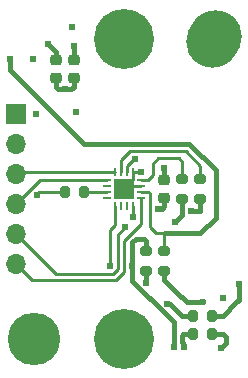
<source format=gbr>
%TF.GenerationSoftware,KiCad,Pcbnew,8.0.4-8.0.4-0~ubuntu22.04.1*%
%TF.CreationDate,2024-08-25T23:22:22-07:00*%
%TF.ProjectId,mag-encoder,6d61672d-656e-4636-9f64-65722e6b6963,1*%
%TF.SameCoordinates,Original*%
%TF.FileFunction,Copper,L4,Bot*%
%TF.FilePolarity,Positive*%
%FSLAX46Y46*%
G04 Gerber Fmt 4.6, Leading zero omitted, Abs format (unit mm)*
G04 Created by KiCad (PCBNEW 8.0.4-8.0.4-0~ubuntu22.04.1) date 2024-08-25 23:22:22*
%MOMM*%
%LPD*%
G01*
G04 APERTURE LIST*
G04 Aperture macros list*
%AMRoundRect*
0 Rectangle with rounded corners*
0 $1 Rounding radius*
0 $2 $3 $4 $5 $6 $7 $8 $9 X,Y pos of 4 corners*
0 Add a 4 corners polygon primitive as box body*
4,1,4,$2,$3,$4,$5,$6,$7,$8,$9,$2,$3,0*
0 Add four circle primitives for the rounded corners*
1,1,$1+$1,$2,$3*
1,1,$1+$1,$4,$5*
1,1,$1+$1,$6,$7*
1,1,$1+$1,$8,$9*
0 Add four rect primitives between the rounded corners*
20,1,$1+$1,$2,$3,$4,$5,0*
20,1,$1+$1,$4,$5,$6,$7,0*
20,1,$1+$1,$6,$7,$8,$9,0*
20,1,$1+$1,$8,$9,$2,$3,0*%
%AMHorizOval*
0 Thick line with rounded ends*
0 $1 width*
0 $2 $3 position (X,Y) of the first rounded end (center of the circle)*
0 $4 $5 position (X,Y) of the second rounded end (center of the circle)*
0 Add line between two ends*
20,1,$1,$2,$3,$4,$5,0*
0 Add two circle primitives to create the rounded ends*
1,1,$1,$2,$3*
1,1,$1,$4,$5*%
G04 Aperture macros list end*
%TA.AperFunction,ComponentPad*%
%ADD10HorizOval,4.445000X0.130820X0.217720X-0.130820X-0.217720X0*%
%TD*%
%TA.AperFunction,ComponentPad*%
%ADD11C,5.080000*%
%TD*%
%TA.AperFunction,ComponentPad*%
%ADD12C,4.445000*%
%TD*%
%TA.AperFunction,ComponentPad*%
%ADD13R,1.700000X1.700000*%
%TD*%
%TA.AperFunction,ComponentPad*%
%ADD14O,1.700000X1.700000*%
%TD*%
%TA.AperFunction,SMDPad,CuDef*%
%ADD15RoundRect,0.200000X0.200000X0.275000X-0.200000X0.275000X-0.200000X-0.275000X0.200000X-0.275000X0*%
%TD*%
%TA.AperFunction,SMDPad,CuDef*%
%ADD16RoundRect,0.225000X0.250000X-0.225000X0.250000X0.225000X-0.250000X0.225000X-0.250000X-0.225000X0*%
%TD*%
%TA.AperFunction,SMDPad,CuDef*%
%ADD17RoundRect,0.225000X-0.250000X0.225000X-0.250000X-0.225000X0.250000X-0.225000X0.250000X0.225000X0*%
%TD*%
%TA.AperFunction,SMDPad,CuDef*%
%ADD18RoundRect,0.200000X-0.275000X0.200000X-0.275000X-0.200000X0.275000X-0.200000X0.275000X0.200000X0*%
%TD*%
%TA.AperFunction,SMDPad,CuDef*%
%ADD19RoundRect,0.062500X-0.287500X-0.062500X0.287500X-0.062500X0.287500X0.062500X-0.287500X0.062500X0*%
%TD*%
%TA.AperFunction,SMDPad,CuDef*%
%ADD20RoundRect,0.062500X-0.062500X-0.287500X0.062500X-0.287500X0.062500X0.287500X-0.062500X0.287500X0*%
%TD*%
%TA.AperFunction,HeatsinkPad*%
%ADD21R,1.700000X1.700000*%
%TD*%
%TA.AperFunction,ViaPad*%
%ADD22C,0.609600*%
%TD*%
%TA.AperFunction,ViaPad*%
%ADD23C,0.600000*%
%TD*%
%TA.AperFunction,Conductor*%
%ADD24C,0.381000*%
%TD*%
%TA.AperFunction,Conductor*%
%ADD25C,0.254000*%
%TD*%
G04 APERTURE END LIST*
D10*
%TO.P,H2,*%
%TO.N,*%
X238175800Y-110871000D03*
%TD*%
D11*
%TO.P,H1,*%
%TO.N,*%
X230555800Y-110871000D03*
%TD*%
D12*
%TO.P,H3,*%
%TO.N,*%
X222935800Y-136271000D03*
%TD*%
D13*
%TO.P,J1,1,Pin_1*%
%TO.N,GND*%
X221411800Y-117221000D03*
D14*
%TO.P,J1,2,Pin_2*%
%TO.N,+3.3V*%
X221411800Y-119761000D03*
%TO.P,J1,3,Pin_3*%
%TO.N,/CS*%
X221411800Y-122301000D03*
%TO.P,J1,4,Pin_4*%
%TO.N,/MOSI*%
X221411800Y-124841000D03*
%TO.P,J1,5,Pin_5*%
%TO.N,/MISO*%
X221411800Y-127381000D03*
%TO.P,J1,6,Pin_6*%
%TO.N,/SCLK*%
X221411800Y-129921000D03*
%TD*%
D11*
%TO.P,H4,*%
%TO.N,*%
X230555800Y-136271000D03*
%TD*%
D15*
%TO.P,R3,1*%
%TO.N,Net-(U2-A)*%
X227189800Y-123825000D03*
%TO.P,R3,2*%
%TO.N,/A*%
X225539800Y-123825000D03*
%TD*%
D16*
%TO.P,C3,1*%
%TO.N,+3.3V*%
X233984800Y-124346000D03*
%TO.P,C3,2*%
%TO.N,GND*%
X233984800Y-122796000D03*
%TD*%
D17*
%TO.P,C2,1*%
%TO.N,+5V*%
X224790000Y-112636000D03*
%TO.P,C2,2*%
%TO.N,GND*%
X224790000Y-114186000D03*
%TD*%
D18*
%TO.P,R5,1*%
%TO.N,Net-(D2-K)*%
X232460800Y-128842000D03*
%TO.P,R5,2*%
%TO.N,Net-(D3-A)*%
X232460800Y-130492000D03*
%TD*%
D15*
%TO.P,R6,1*%
%TO.N,Net-(Q1-D)*%
X238035600Y-134290000D03*
%TO.P,R6,2*%
%TO.N,Net-(D2-A)*%
X236385600Y-134290000D03*
%TD*%
D18*
%TO.P,R1,1*%
%TO.N,Net-(U2-B)*%
X237032800Y-122746000D03*
%TO.P,R1,2*%
%TO.N,/B*%
X237032800Y-124396000D03*
%TD*%
%TO.P,R2,1*%
%TO.N,Net-(U2-PWM)*%
X235508800Y-122746000D03*
%TO.P,R2,2*%
%TO.N,/PWM*%
X235508800Y-124396000D03*
%TD*%
D17*
%TO.P,C1,1*%
%TO.N,+3.3V*%
X226314000Y-112636000D03*
%TO.P,C1,2*%
%TO.N,GND*%
X226314000Y-114186000D03*
%TD*%
D19*
%TO.P,U2,1,SSD*%
%TO.N,unconnected-(U2-SSD-Pad1)*%
X229105800Y-124309000D03*
%TO.P,U2,2,A*%
%TO.N,Net-(U2-A)*%
X229105800Y-123809000D03*
%TO.P,U2,3,Z*%
%TO.N,unconnected-(U2-Z-Pad3)*%
X229105800Y-123309000D03*
%TO.P,U2,4,MOSI*%
%TO.N,/MOSI*%
X229105800Y-122809000D03*
D20*
%TO.P,U2,5,CS*%
%TO.N,/CS*%
X229805800Y-122121000D03*
%TO.P,U2,6,B*%
%TO.N,Net-(U2-B)*%
X230305800Y-122121000D03*
%TO.P,U2,7,MISO*%
%TO.N,/MISO*%
X230805800Y-122121000D03*
%TO.P,U2,8,GND*%
%TO.N,GND*%
X231305800Y-122121000D03*
D19*
%TO.P,U2,9,PWM*%
%TO.N,Net-(U2-PWM)*%
X232005800Y-122821000D03*
%TO.P,U2,10,TEST*%
%TO.N,GND*%
X232005800Y-123321000D03*
%TO.P,U2,11,MGL*%
%TO.N,Net-(Q1-G)*%
X232005800Y-123821000D03*
%TO.P,U2,12,SCLK*%
%TO.N,/SCLK*%
X232005800Y-124321000D03*
D20*
%TO.P,U2,13,VDD*%
%TO.N,+3.3V*%
X231305800Y-125021000D03*
%TO.P,U2,14,NC*%
%TO.N,unconnected-(U2-NC-Pad14)*%
X230805800Y-125021000D03*
%TO.P,U2,15,SSCK*%
%TO.N,unconnected-(U2-SSCK-Pad15)*%
X230305800Y-125021000D03*
%TO.P,U2,16,MGH*%
%TO.N,Net-(D2-K)*%
X229805800Y-125021000D03*
D21*
%TO.P,U2,17,EP*%
%TO.N,GND*%
X230555800Y-123571000D03*
%TD*%
D18*
%TO.P,R4,1*%
%TO.N,Net-(Q1-G)*%
X233984800Y-128842000D03*
%TO.P,R4,2*%
%TO.N,Net-(D4-A)*%
X233984800Y-130492000D03*
%TD*%
D15*
%TO.P,R7,1*%
%TO.N,Net-(D5-K)*%
X238035600Y-135890000D03*
%TO.P,R7,2*%
%TO.N,GND*%
X236385600Y-135890000D03*
%TD*%
D22*
%TO.N,+3.3V*%
X222834200Y-112547400D03*
X233464100Y-125260100D03*
X231317800Y-125984000D03*
X226339400Y-111480600D03*
X238960249Y-132807588D03*
%TO.N,GND*%
X226491800Y-117094000D03*
X232003600Y-122097800D03*
X225552000Y-115138200D03*
X235661200Y-136982200D03*
X233984800Y-121793000D03*
%TO.N,+5V*%
X224155000Y-111328200D03*
D23*
%TO.N,Net-(D4-A)*%
X237261400Y-133172200D03*
D22*
%TO.N,Net-(D2-A)*%
X234238376Y-133298776D03*
%TO.N,Net-(D3-A)*%
X232435400Y-131495800D03*
%TO.N,+5V_IN*%
X223139000Y-117221000D03*
X226161600Y-109880400D03*
%TO.N,Net-(D5-K)*%
X238810800Y-137033000D03*
%TO.N,/A*%
X223157754Y-124046954D03*
%TO.N,/B*%
X236245400Y-125412501D03*
%TO.N,/PWM*%
X234911727Y-126377562D03*
%TO.N,Net-(Q1-D)*%
X240284000Y-131597400D03*
%TO.N,Net-(Q1-G)*%
X220929200Y-112547400D03*
%TO.N,Net-(D2-K)*%
X229368646Y-130086100D03*
X231267000Y-130073400D03*
X234797600Y-136956800D03*
%TO.N,/MISO*%
X231495600Y-121031000D03*
X230657400Y-126822200D03*
%TD*%
D24*
%TO.N,+3.3V*%
X233768900Y-125260100D02*
X233984800Y-125044200D01*
X226314000Y-112636000D02*
X226314000Y-111506000D01*
X233464100Y-125260100D02*
X233768900Y-125260100D01*
D25*
X231305800Y-125021000D02*
X231305800Y-125972000D01*
D24*
X226314000Y-111506000D02*
X226339400Y-111480600D01*
X233984800Y-125044200D02*
X233984800Y-124346000D01*
D25*
X231305800Y-125972000D02*
X231317800Y-125984000D01*
%TO.N,GND*%
X231308000Y-122123200D02*
X231978200Y-122123200D01*
X231305800Y-122121000D02*
X231305800Y-122560024D01*
D24*
X226314000Y-114935000D02*
X226110800Y-115138200D01*
X236385600Y-135890000D02*
X235559600Y-135890000D01*
D25*
X231287500Y-122578324D02*
X231287500Y-122839300D01*
D24*
X224967800Y-115138200D02*
X225552000Y-115138200D01*
X235432600Y-136017000D02*
X235432600Y-136550090D01*
D25*
X231305800Y-122121000D02*
X231308000Y-122123200D01*
X231978200Y-122123200D02*
X232003600Y-122097800D01*
D24*
X235559600Y-135890000D02*
X235432600Y-136017000D01*
D25*
X232005800Y-123321000D02*
X230805800Y-123321000D01*
D24*
X235432600Y-136550090D02*
X235661200Y-136778690D01*
D25*
X231305800Y-122560024D02*
X231287500Y-122578324D01*
X230805800Y-123321000D02*
X230555800Y-123571000D01*
D24*
X224790000Y-114186000D02*
X224790000Y-114960400D01*
D25*
X231287500Y-122839300D02*
X230555800Y-123571000D01*
D24*
X235661200Y-136778690D02*
X235661200Y-136982200D01*
X226314000Y-114186000D02*
X226314000Y-114935000D01*
X224790000Y-114960400D02*
X224967800Y-115138200D01*
X226110800Y-115138200D02*
X225552000Y-115138200D01*
X233984800Y-122796000D02*
X233984800Y-121793000D01*
%TO.N,+5V*%
X224790000Y-111963200D02*
X224155000Y-111328200D01*
X224790000Y-112636000D02*
X224790000Y-111963200D01*
%TO.N,Net-(D4-A)*%
X234950000Y-132257800D02*
X235864400Y-133172200D01*
X233984800Y-130492000D02*
X233984800Y-131292600D01*
X233984800Y-131292600D02*
X234950000Y-132257800D01*
X235864400Y-133172200D02*
X237261400Y-133172200D01*
%TO.N,Net-(D2-A)*%
X235432800Y-134290000D02*
X236385600Y-134290000D01*
X234238376Y-133298776D02*
X234441576Y-133298776D01*
X234441576Y-133298776D02*
X235432800Y-134290000D01*
%TO.N,Net-(D3-A)*%
X232460800Y-131470400D02*
X232435400Y-131495800D01*
X232460800Y-130492000D02*
X232460800Y-131470400D01*
%TO.N,Net-(D5-K)*%
X239191800Y-136144000D02*
X239191800Y-136652000D01*
X238937800Y-135890000D02*
X239191800Y-136144000D01*
X238035600Y-135890000D02*
X238937800Y-135890000D01*
X239191800Y-136652000D02*
X238810800Y-137033000D01*
D25*
%TO.N,/A*%
X223379708Y-123825000D02*
X225539800Y-123825000D01*
X223157754Y-124046954D02*
X223379708Y-123825000D01*
D24*
%TO.N,/B*%
X237032800Y-125349000D02*
X237032800Y-124396000D01*
X236969299Y-125412501D02*
X237032800Y-125349000D01*
X236245400Y-125412501D02*
X236969299Y-125412501D01*
%TO.N,/PWM*%
X234911727Y-126377562D02*
X235508800Y-125780489D01*
X235508800Y-125780489D02*
X235508800Y-124396000D01*
%TO.N,Net-(Q1-D)*%
X240055400Y-133172200D02*
X240284000Y-132943600D01*
X240284000Y-132943600D02*
X240284000Y-131597400D01*
X238035600Y-134290000D02*
X238937600Y-134290000D01*
X238937600Y-134290000D02*
X240055400Y-133172200D01*
D25*
%TO.N,Net-(Q1-G)*%
X232791000Y-126822200D02*
X233299000Y-127330200D01*
D24*
X238328200Y-126009400D02*
X238328200Y-121996200D01*
X227203000Y-119761000D02*
X220929200Y-113487200D01*
X238328200Y-121996200D02*
X236093000Y-119761000D01*
D25*
X233299000Y-127330200D02*
X234061000Y-127330200D01*
X232791000Y-123977400D02*
X232791000Y-126822200D01*
X232634600Y-123821000D02*
X232791000Y-123977400D01*
X233984800Y-127406400D02*
X233984800Y-128842000D01*
X234061000Y-127330200D02*
X233984800Y-127406400D01*
D24*
X234061000Y-127330200D02*
X237007400Y-127330200D01*
X220929200Y-113487200D02*
X220929200Y-112547400D01*
D25*
X232005800Y-123821000D02*
X232634600Y-123821000D01*
D24*
X237007400Y-127330200D02*
X238328200Y-126009400D01*
X236093000Y-119761000D02*
X227203000Y-119761000D01*
%TO.N,Net-(D2-K)*%
X231546400Y-127812800D02*
X231267000Y-128092200D01*
X234797600Y-134874000D02*
X234289600Y-134366000D01*
X232460800Y-127990600D02*
X232283000Y-127812800D01*
X234263890Y-134366000D02*
X231267000Y-131369110D01*
X232283000Y-127812800D02*
X231546400Y-127812800D01*
X234289600Y-134366000D02*
X234263890Y-134366000D01*
X231267000Y-131369110D02*
X231267000Y-130073400D01*
X232460800Y-128842000D02*
X232460800Y-127990600D01*
X234797600Y-136956800D02*
X234797600Y-134874000D01*
D25*
X229805800Y-126632400D02*
X229805800Y-125021000D01*
X229368646Y-127069554D02*
X229805800Y-126632400D01*
D24*
X231267000Y-128092200D02*
X231267000Y-130073400D01*
D25*
X229368646Y-130086100D02*
X229368646Y-127069554D01*
%TO.N,Net-(U2-B)*%
X231051100Y-120357900D02*
X235800900Y-120357900D01*
X235800900Y-120357900D02*
X237032800Y-121589800D01*
X230305800Y-121103200D02*
X231051100Y-120357900D01*
X230305800Y-122121000D02*
X230305800Y-121103200D01*
X237032800Y-121589800D02*
X237032800Y-122746000D01*
%TO.N,Net-(U2-PWM)*%
X233019600Y-122402600D02*
X233019600Y-121437400D01*
X235508800Y-121310400D02*
X235508800Y-122746000D01*
X232005800Y-122821000D02*
X232601200Y-122821000D01*
X235178600Y-120980200D02*
X235508800Y-121310400D01*
X233019600Y-121437400D02*
X233476800Y-120980200D01*
X232601200Y-122821000D02*
X233019600Y-122402600D01*
X233476800Y-120980200D02*
X235178600Y-120980200D01*
%TO.N,Net-(U2-A)*%
X227205800Y-123809000D02*
X227189800Y-123825000D01*
X229105800Y-123809000D02*
X227205800Y-123809000D01*
%TO.N,/MISO*%
X230041746Y-129807292D02*
X230035100Y-129800646D01*
X229647454Y-130759200D02*
X230041746Y-130364908D01*
X221411800Y-127381000D02*
X224790000Y-130759200D01*
X230035100Y-127444500D02*
X230657400Y-126822200D01*
X230805800Y-122121000D02*
X230805800Y-121660024D01*
X230805800Y-121660024D02*
X231434824Y-121031000D01*
X231434824Y-121031000D02*
X231495600Y-121031000D01*
X224790000Y-130759200D02*
X229647454Y-130759200D01*
X230041746Y-130364908D02*
X230041746Y-129807292D01*
X230035100Y-129800646D02*
X230035100Y-127444500D01*
%TO.N,/CS*%
X229803600Y-122123200D02*
X221589600Y-122123200D01*
X229805800Y-122121000D02*
X229803600Y-122123200D01*
X221589600Y-122123200D02*
X221411800Y-122301000D01*
%TO.N,/MOSI*%
X223443800Y-122809000D02*
X221411800Y-124841000D01*
X229105800Y-122809000D02*
X223443800Y-122809000D01*
%TO.N,/SCLK*%
X221411800Y-129921000D02*
X222758000Y-131267200D01*
X222758000Y-131267200D02*
X229839914Y-131267200D01*
X230537046Y-130570068D02*
X230537046Y-128009354D01*
X229839914Y-131267200D02*
X230537046Y-130570068D01*
X232005800Y-126540600D02*
X232005800Y-124321000D01*
X230537046Y-128009354D02*
X232005800Y-126540600D01*
%TD*%
M02*

</source>
